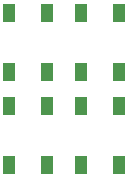
<source format=gbr>
G04 #@! TF.FileFunction,Paste,Top*
%FSLAX46Y46*%
G04 Gerber Fmt 4.6, Leading zero omitted, Abs format (unit mm)*
G04 Created by KiCad (PCBNEW 4.0.1-stable) date 11/5/2016 5:28:01 PM*
%MOMM*%
G01*
G04 APERTURE LIST*
%ADD10C,0.100000*%
%ADD11R,1.000000X1.600000*%
G04 APERTURE END LIST*
D10*
D11*
X150190000Y-98338000D03*
X146990000Y-98338000D03*
X150190000Y-103338000D03*
X146990000Y-103338000D03*
X144094000Y-98338000D03*
X140894000Y-98338000D03*
X144094000Y-103338000D03*
X140894000Y-103338000D03*
X144094000Y-106212000D03*
X140894000Y-106212000D03*
X144094000Y-111212000D03*
X140894000Y-111212000D03*
X150190000Y-106212000D03*
X146990000Y-106212000D03*
X150190000Y-111212000D03*
X146990000Y-111212000D03*
M02*

</source>
